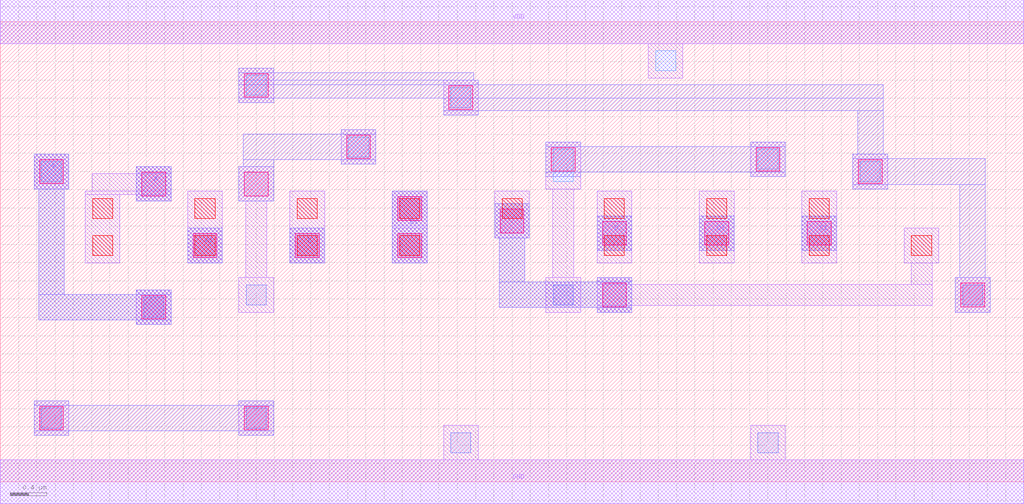
<source format=lef>
MACRO OAAAOI2222
 CLASS CORE ;
 FOREIGN OAAAOI2222 0 0 ;
 SIZE 11.200000000000001 BY 5.04 ;
 ORIGIN 0 0 ;
 SYMMETRY X Y R90 ;
 SITE unit ;
  PIN VDD
   DIRECTION INOUT ;
   USE POWER ;
   SHAPE ABUTMENT ;
    PORT
     CLASS CORE ;
       LAYER met1 ;
        RECT 0.00000000 4.80000000 11.20000000 5.28000000 ;
    END
  END VDD

  PIN GND
   DIRECTION INOUT ;
   USE POWER ;
   SHAPE ABUTMENT ;
    PORT
     CLASS CORE ;
       LAYER met1 ;
        RECT 0.00000000 -0.24000000 11.20000000 0.24000000 ;
    END
  END GND

  PIN Y
   DIRECTION INOUT ;
   USE SIGNAL ;
   SHAPE ABUTMENT ;
    PORT
     CLASS CORE ;
       LAYER met2 ;
        RECT 1.49000000 1.72200000 1.87000000 1.77200000 ;
        RECT 0.42000000 1.77200000 1.87000000 2.05200000 ;
        RECT 1.49000000 2.05200000 1.87000000 2.10200000 ;
        RECT 0.42000000 2.05200000 0.70000000 3.20700000 ;
        RECT 0.37000000 3.20700000 0.75000000 3.58700000 ;
    END
  END Y

  PIN B1
   DIRECTION INOUT ;
   USE SIGNAL ;
   SHAPE ABUTMENT ;
    PORT
     CLASS CORE ;
       LAYER met2 ;
        RECT 4.29000000 2.39700000 4.67000000 3.18200000 ;
    END
  END B1

  PIN A
   DIRECTION INOUT ;
   USE SIGNAL ;
   SHAPE ABUTMENT ;
    PORT
     CLASS CORE ;
       LAYER met2 ;
        RECT 1.49000000 3.07200000 1.87000000 3.45200000 ;
    END
  END A

  PIN D
   DIRECTION INOUT ;
   USE SIGNAL ;
   SHAPE ABUTMENT ;
    PORT
     CLASS CORE ;
       LAYER met2 ;
        RECT 6.53000000 2.53200000 6.91000000 2.91200000 ;
    END
  END D

  PIN B
   DIRECTION INOUT ;
   USE SIGNAL ;
   SHAPE ABUTMENT ;
    PORT
     CLASS CORE ;
       LAYER met2 ;
        RECT 3.17000000 2.39700000 3.55000000 2.77700000 ;
    END
  END B

  PIN C1
   DIRECTION INOUT ;
   USE SIGNAL ;
   SHAPE ABUTMENT ;
    PORT
     CLASS CORE ;
       LAYER met2 ;
        RECT 8.77000000 2.53200000 9.15000000 2.91200000 ;
    END
  END C1

  PIN D1
   DIRECTION INOUT ;
   USE SIGNAL ;
   SHAPE ABUTMENT ;
    PORT
     CLASS CORE ;
       LAYER met2 ;
        RECT 7.65000000 2.53200000 8.03000000 2.91200000 ;
    END
  END D1

  PIN A1
   DIRECTION INOUT ;
   USE SIGNAL ;
   SHAPE ABUTMENT ;
    PORT
     CLASS CORE ;
       LAYER met2 ;
        RECT 2.05000000 2.39700000 2.43000000 2.77700000 ;
    END
  END A1

  PIN C
   DIRECTION INOUT ;
   USE SIGNAL ;
   SHAPE ABUTMENT ;
    PORT
     CLASS CORE ;
       LAYER met2 ;
        RECT 6.53000000 1.85700000 6.91000000 1.90700000 ;
        RECT 5.46000000 1.90700000 6.91000000 2.18700000 ;
        RECT 6.53000000 2.18700000 6.91000000 2.23700000 ;
        RECT 5.46000000 2.18700000 5.74000000 2.66700000 ;
        RECT 5.41000000 2.66700000 5.79000000 3.04700000 ;
    END
  END C

 OBS
    LAYER polycont ;
     RECT 1.01000000 2.47700000 1.23000000 2.69700000 ;
     RECT 2.13000000 2.47700000 2.35000000 2.69700000 ;
     RECT 3.25000000 2.47700000 3.47000000 2.69700000 ;
     RECT 4.37000000 2.47700000 4.59000000 2.69700000 ;
     RECT 6.61000000 2.47700000 6.83000000 2.69700000 ;
     RECT 7.73000000 2.47700000 7.95000000 2.69700000 ;
     RECT 8.85000000 2.47700000 9.07000000 2.69700000 ;
     RECT 9.97000000 2.47700000 10.19000000 2.69700000 ;
     RECT 1.01000000 2.88200000 1.23000000 3.10200000 ;
     RECT 2.13000000 2.88200000 2.35000000 3.10200000 ;
     RECT 3.25000000 2.88200000 3.47000000 3.10200000 ;
     RECT 4.37000000 2.88200000 4.59000000 3.10200000 ;
     RECT 5.49000000 2.88200000 5.71000000 3.10200000 ;
     RECT 6.61000000 2.88200000 6.83000000 3.10200000 ;
     RECT 7.73000000 2.88200000 7.95000000 3.10200000 ;
     RECT 8.85000000 2.88200000 9.07000000 3.10200000 ;

    LAYER pdiffc ;
     RECT 0.45000000 3.28700000 0.67000000 3.50700000 ;
     RECT 9.41000000 3.28700000 9.63000000 3.50700000 ;
     RECT 6.05000000 3.28700000 6.27000000 3.64200000 ;
     RECT 8.29000000 3.42200000 8.51000000 3.64200000 ;
     RECT 3.81000000 3.55700000 4.03000000 3.77700000 ;
     RECT 4.93000000 4.09700000 5.15000000 4.31700000 ;
     RECT 2.69000000 4.23200000 2.91000000 4.45200000 ;
     RECT 7.17000000 4.50200000 7.39000000 4.72200000 ;

    LAYER ndiffc ;
     RECT 4.93000000 0.31700000 5.15000000 0.53700000 ;
     RECT 8.29000000 0.31700000 8.51000000 0.53700000 ;
     RECT 0.45000000 0.58700000 0.67000000 0.80700000 ;
     RECT 2.69000000 0.58700000 2.91000000 0.80700000 ;
     RECT 1.57000000 1.80200000 1.79000000 2.02200000 ;
     RECT 2.69000000 1.93700000 2.91000000 2.15700000 ;
     RECT 6.05000000 1.93700000 6.27000000 2.15700000 ;
     RECT 10.53000000 1.93700000 10.75000000 2.15700000 ;

    LAYER met1 ;
     RECT 0.00000000 -0.24000000 11.20000000 0.24000000 ;
     RECT 4.85000000 0.24000000 5.23000000 0.61700000 ;
     RECT 8.21000000 0.24000000 8.59000000 0.61700000 ;
     RECT 0.37000000 0.50700000 0.75000000 0.88700000 ;
     RECT 2.61000000 0.50700000 2.99000000 0.88700000 ;
     RECT 1.49000000 1.72200000 1.87000000 2.10200000 ;
     RECT 10.45000000 1.85700000 10.83000000 2.23700000 ;
     RECT 4.29000000 2.39700000 4.67000000 2.77700000 ;
     RECT 6.53000000 1.85700000 6.91000000 1.93200000 ;
     RECT 6.53000000 1.93200000 10.19500000 2.16200000 ;
     RECT 6.53000000 2.16200000 6.91000000 2.23700000 ;
     RECT 9.96500000 2.16200000 10.19500000 2.39700000 ;
     RECT 9.89000000 2.39700000 10.27000000 2.77700000 ;
     RECT 2.05000000 2.39700000 2.43000000 3.18200000 ;
     RECT 3.17000000 2.39700000 3.55000000 3.18200000 ;
     RECT 4.29000000 2.80200000 4.67000000 3.18200000 ;
     RECT 5.41000000 2.66700000 5.79000000 3.18200000 ;
     RECT 6.53000000 2.39700000 6.91000000 3.18200000 ;
     RECT 7.65000000 2.39700000 8.03000000 3.18200000 ;
     RECT 8.77000000 2.39700000 9.15000000 3.18200000 ;
     RECT 0.93000000 2.39700000 1.31000000 3.14700000 ;
     RECT 1.49000000 3.07200000 1.87000000 3.14700000 ;
     RECT 0.93000000 3.14700000 1.87000000 3.18200000 ;
     RECT 1.00500000 3.18200000 1.87000000 3.37700000 ;
     RECT 1.49000000 3.37700000 1.87000000 3.45200000 ;
     RECT 2.61000000 1.85700000 2.99000000 2.23700000 ;
     RECT 2.68500000 2.23700000 2.91500000 3.07200000 ;
     RECT 2.61000000 3.07200000 2.99000000 3.45200000 ;
     RECT 0.37000000 3.20700000 0.75000000 3.58700000 ;
     RECT 9.33000000 3.20700000 9.71000000 3.58700000 ;
     RECT 5.97000000 1.85700000 6.35000000 2.23700000 ;
     RECT 6.04500000 2.23700000 6.27500000 3.20700000 ;
     RECT 5.97000000 3.20700000 6.35000000 3.72200000 ;
     RECT 8.21000000 3.34200000 8.59000000 3.72200000 ;
     RECT 3.73000000 3.47700000 4.11000000 3.85700000 ;
     RECT 4.85000000 4.01700000 5.23000000 4.39700000 ;
     RECT 2.61000000 4.15200000 2.99000000 4.53200000 ;
     RECT 7.09000000 4.42200000 7.47000000 4.80000000 ;
     RECT 0.00000000 4.80000000 11.20000000 5.28000000 ;

    LAYER via1 ;
     RECT 0.43000000 0.56700000 0.69000000 0.82700000 ;
     RECT 2.67000000 0.56700000 2.93000000 0.82700000 ;
     RECT 1.55000000 1.78200000 1.81000000 2.04200000 ;
     RECT 6.59000000 1.91700000 6.85000000 2.17700000 ;
     RECT 10.51000000 1.91700000 10.77000000 2.17700000 ;
     RECT 2.11000000 2.45700000 2.37000000 2.71700000 ;
     RECT 3.23000000 2.45700000 3.49000000 2.71700000 ;
     RECT 4.35000000 2.45700000 4.61000000 2.71700000 ;
     RECT 6.59000000 2.59200000 6.85000000 2.85200000 ;
     RECT 7.71000000 2.59200000 7.97000000 2.85200000 ;
     RECT 8.83000000 2.59200000 9.09000000 2.85200000 ;
     RECT 5.47000000 2.72700000 5.73000000 2.98700000 ;
     RECT 4.35000000 2.86200000 4.61000000 3.12200000 ;
     RECT 1.55000000 3.13200000 1.81000000 3.39200000 ;
     RECT 2.67000000 3.13200000 2.93000000 3.39200000 ;
     RECT 0.43000000 3.26700000 0.69000000 3.52700000 ;
     RECT 9.39000000 3.26700000 9.65000000 3.52700000 ;
     RECT 6.03000000 3.40200000 6.29000000 3.66200000 ;
     RECT 8.27000000 3.40200000 8.53000000 3.66200000 ;
     RECT 3.79000000 3.53700000 4.05000000 3.79700000 ;
     RECT 4.91000000 4.07700000 5.17000000 4.33700000 ;
     RECT 2.67000000 4.21200000 2.93000000 4.47200000 ;

    LAYER met2 ;
     RECT 0.37000000 0.50700000 0.75000000 0.55700000 ;
     RECT 2.61000000 0.50700000 2.99000000 0.55700000 ;
     RECT 0.37000000 0.55700000 2.99000000 0.83700000 ;
     RECT 0.37000000 0.83700000 0.75000000 0.88700000 ;
     RECT 2.61000000 0.83700000 2.99000000 0.88700000 ;
     RECT 2.05000000 2.39700000 2.43000000 2.77700000 ;
     RECT 3.17000000 2.39700000 3.55000000 2.77700000 ;
     RECT 6.53000000 2.53200000 6.91000000 2.91200000 ;
     RECT 7.65000000 2.53200000 8.03000000 2.91200000 ;
     RECT 8.77000000 2.53200000 9.15000000 2.91200000 ;
     RECT 6.53000000 1.85700000 6.91000000 1.90700000 ;
     RECT 5.46000000 1.90700000 6.91000000 2.18700000 ;
     RECT 6.53000000 2.18700000 6.91000000 2.23700000 ;
     RECT 5.46000000 2.18700000 5.74000000 2.66700000 ;
     RECT 5.41000000 2.66700000 5.79000000 3.04700000 ;
     RECT 4.29000000 2.39700000 4.67000000 3.18200000 ;
     RECT 1.49000000 3.07200000 1.87000000 3.45200000 ;
     RECT 1.49000000 1.72200000 1.87000000 1.77200000 ;
     RECT 0.42000000 1.77200000 1.87000000 2.05200000 ;
     RECT 1.49000000 2.05200000 1.87000000 2.10200000 ;
     RECT 0.42000000 2.05200000 0.70000000 3.20700000 ;
     RECT 0.37000000 3.20700000 0.75000000 3.58700000 ;
     RECT 5.97000000 3.34200000 6.35000000 3.39200000 ;
     RECT 8.21000000 3.34200000 8.59000000 3.39200000 ;
     RECT 5.97000000 3.39200000 8.59000000 3.67200000 ;
     RECT 5.97000000 3.67200000 6.35000000 3.72200000 ;
     RECT 8.21000000 3.67200000 8.59000000 3.72200000 ;
     RECT 2.61000000 3.07200000 2.99000000 3.45200000 ;
     RECT 2.66000000 3.45200000 2.99000000 3.52700000 ;
     RECT 3.73000000 3.47700000 4.11000000 3.52700000 ;
     RECT 2.66000000 3.52700000 4.11000000 3.80700000 ;
     RECT 3.73000000 3.80700000 4.11000000 3.85700000 ;
     RECT 10.45000000 1.85700000 10.83000000 2.23700000 ;
     RECT 9.33000000 3.20700000 9.71000000 3.25700000 ;
     RECT 10.50000000 2.23700000 10.78000000 3.25700000 ;
     RECT 9.33000000 3.25700000 10.78000000 3.53700000 ;
     RECT 9.33000000 3.53700000 9.71000000 3.58700000 ;
     RECT 4.85000000 4.01700000 5.23000000 4.06700000 ;
     RECT 9.38000000 3.58700000 9.66000000 4.06700000 ;
     RECT 2.61000000 4.15200000 2.99000000 4.20200000 ;
     RECT 4.85000000 4.06700000 9.66000000 4.20200000 ;
     RECT 2.61000000 4.20200000 9.66000000 4.34700000 ;
     RECT 2.61000000 4.34700000 5.23000000 4.39700000 ;
     RECT 2.61000000 4.39700000 5.18000000 4.48200000 ;
     RECT 2.61000000 4.48200000 2.99000000 4.53200000 ;

 END
END OAAAOI2222

</source>
